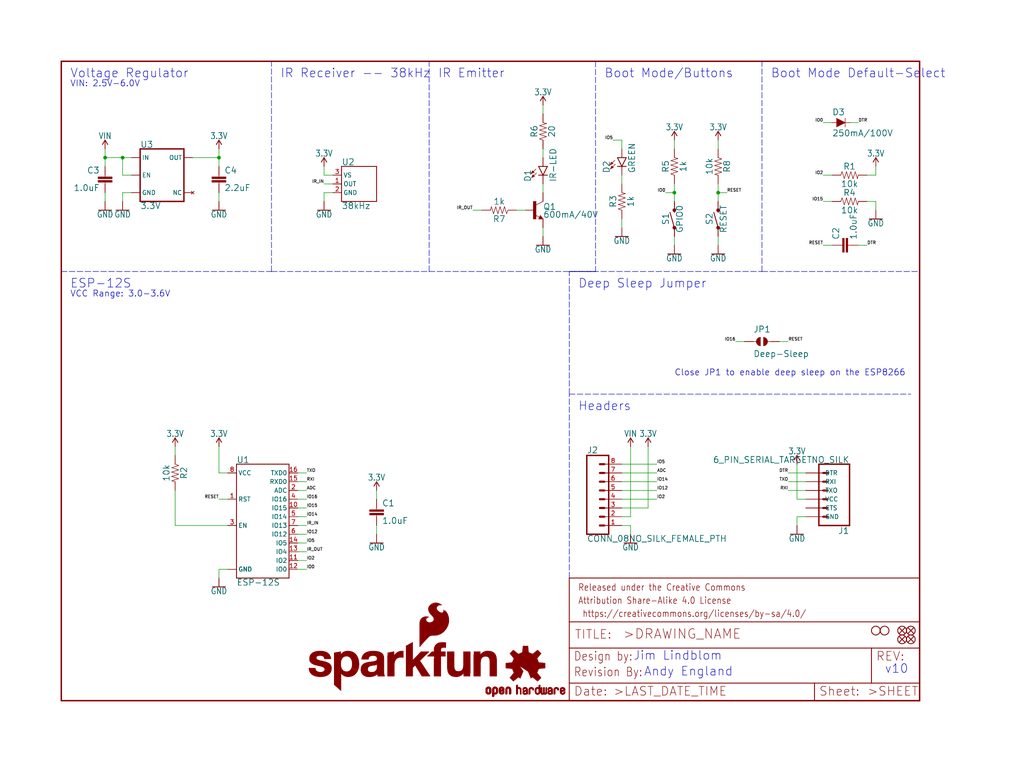
<source format=kicad_sch>
(kicad_sch (version 20211123) (generator eeschema)
  (paper "User" 297.002 223.926)
  (lib_symbols
    (symbol "eagleSchem-eagle-import:1.0UF-0603-16V-10%"
      (property "Reference" "C" (at 1.524 2.921 0))
      (property "Value" "1.0UF-0603-16V-10%" (at 1.524 -2.159 0))
      (symbol "1.0UF-0603-16V-10%_1_0"
        (pin passive line (at 0 5.08 270) (length 2.54) (name "1") (number "1"))
        (pin passive line (at 0 -2.54 90) (length 2.54) (name "2") (number "2"))
      )
    )
    (symbol "eagleSchem-eagle-import:10KOHM-0603-1{slash}10W-1%"
      (property "Reference" "R" (at 0 1.524 0))
      (property "Value" "10KOHM-0603-1{slash}10W-1%" (at 0 -1.524 0))
      (symbol "10KOHM-0603-1{slash}10W-1%_1_0"
        (pin passive line (at -5.08 0 0) (length 2.54) (name "1") (number "1"))
        (pin passive line (at 5.08 0 180) (length 2.54) (name "2") (number "2"))
      )
    )
    (symbol "eagleSchem-eagle-import:1KOHM-0603-1{slash}10W-1%"
      (property "Reference" "R" (at 0 1.524 0))
      (property "Value" "1KOHM-0603-1{slash}10W-1%" (at 0 -1.524 0))
      (symbol "1KOHM-0603-1{slash}10W-1%_1_0"
        (pin passive line (at -5.08 0 0) (length 2.54) (name "1") (number "1"))
        (pin passive line (at 5.08 0 180) (length 2.54) (name "2") (number "2"))
      )
    )
    (symbol "eagleSchem-eagle-import:2.2UF-0603-10V-20%"
      (property "Reference" "C" (at 1.524 2.921 0))
      (property "Value" "2.2UF-0603-10V-20%" (at 1.524 -2.159 0))
      (symbol "2.2UF-0603-10V-20%_1_0"
        (pin passive line (at 0 5.08 270) (length 2.54) (name "1") (number "1"))
        (pin passive line (at 0 -2.54 90) (length 2.54) (name "2") (number "2"))
      )
    )
    (symbol "eagleSchem-eagle-import:20OHM-0603-1{slash}10W-1%"
      (property "Reference" "R" (at 0 1.524 0))
      (property "Value" "20OHM-0603-1{slash}10W-1%" (at 0 -1.524 0))
      (symbol "20OHM-0603-1{slash}10W-1%_1_0"
        (pin passive line (at -5.08 0 0) (length 2.54) (name "1") (number "1"))
        (pin passive line (at 5.08 0 180) (length 2.54) (name "2") (number "2"))
      )
    )
    (symbol "eagleSchem-eagle-import:3.3V" (power)
      (property "Value" "3.3V" (at 0 2.794 0))
      (symbol "3.3V_1_0"
        (pin power_in line (at 0 0 90) (length 2.54) (name "3.3V") (number "1"))
      )
    )
    (symbol "eagleSchem-eagle-import:6_PIN_SERIAL_TARGETNO_SILK"
      (property "Reference" "J" (at -7.62 10.668 0))
      (property "Value" "6_PIN_SERIAL_TARGETNO_SILK" (at -7.62 -9.906 0))
      (symbol "6_PIN_SERIAL_TARGETNO_SILK_1_0"
        (pin passive line (at 5.08 -5.08 180) (length 5.08) (name "DTR") (number "1"))
        (pin passive line (at 5.08 -2.54 180) (length 5.08) (name "RXI") (number "2"))
        (pin passive line (at 5.08 0 180) (length 5.08) (name "TXO") (number "3"))
        (pin passive line (at 5.08 2.54 180) (length 5.08) (name "VCC") (number "4"))
        (pin passive line (at 5.08 5.08 180) (length 5.08) (name "CTS") (number "5"))
        (pin passive line (at 5.08 7.62 180) (length 5.08) (name "GND") (number "6"))
      )
    )
    (symbol "eagleSchem-eagle-import:CONN_08NO_SILK_FEMALE_PTH"
      (property "Reference" "J" (at -5.08 13.208 0))
      (property "Value" "CONN_08NO_SILK_FEMALE_PTH" (at -5.08 -12.446 0))
      (symbol "CONN_08NO_SILK_FEMALE_PTH_1_0"
        (pin passive line (at 5.08 -7.62 180) (length 5.08) (name "1") (number "1"))
        (pin passive line (at 5.08 -5.08 180) (length 5.08) (name "2") (number "2"))
        (pin passive line (at 5.08 -2.54 180) (length 5.08) (name "3") (number "3"))
        (pin passive line (at 5.08 0 180) (length 5.08) (name "4") (number "4"))
        (pin passive line (at 5.08 2.54 180) (length 5.08) (name "5") (number "5"))
        (pin passive line (at 5.08 5.08 180) (length 5.08) (name "6") (number "6"))
        (pin passive line (at 5.08 7.62 180) (length 5.08) (name "7") (number "7"))
        (pin passive line (at 5.08 10.16 180) (length 5.08) (name "8") (number "8"))
      )
    )
    (symbol "eagleSchem-eagle-import:DIODE-BAS16J"
      (property "Reference" "D" (at -2.54 2.032 0))
      (property "Value" "DIODE-BAS16J" (at -2.54 -2.032 0))
      (symbol "DIODE-BAS16J_1_0"
        (pin passive line (at -2.54 0 0) (length 0) (name "A") (number "A"))
        (pin passive line (at 2.54 0 180) (length 0) (name "C") (number "C"))
      )
    )
    (symbol "eagleSchem-eagle-import:ESP-12S"
      (property "Reference" "U" (at -7.62 18.034 0))
      (property "Value" "ESP-12S" (at -7.62 -15.494 0))
      (symbol "ESP-12S_1_0"
        (pin bidirectional line (at -10.16 7.62 0) (length 2.54) (name "RST") (number "1"))
        (pin bidirectional line (at 10.16 5.08 180) (length 2.54) (name "IO15") (number "10"))
        (pin bidirectional line (at 10.16 -10.16 180) (length 2.54) (name "IO2") (number "11"))
        (pin bidirectional line (at 10.16 -12.7 180) (length 2.54) (name "IO0") (number "12"))
        (pin bidirectional line (at 10.16 -7.62 180) (length 2.54) (name "IO4") (number "13"))
        (pin bidirectional line (at 10.16 -5.08 180) (length 2.54) (name "IO5") (number "14"))
        (pin bidirectional line (at 10.16 12.7 180) (length 2.54) (name "RXD0") (number "15"))
        (pin bidirectional line (at 10.16 15.24 180) (length 2.54) (name "TXD0") (number "16"))
        (pin bidirectional line (at 10.16 10.16 180) (length 2.54) (name "ADC") (number "2"))
        (pin bidirectional line (at -10.16 0 0) (length 2.54) (name "EN") (number "3"))
        (pin bidirectional line (at 10.16 7.62 180) (length 2.54) (name "IO16") (number "4"))
        (pin bidirectional line (at 10.16 2.54 180) (length 2.54) (name "IO14") (number "5"))
        (pin bidirectional line (at 10.16 -2.54 180) (length 2.54) (name "IO12") (number "6"))
        (pin bidirectional line (at 10.16 0 180) (length 2.54) (name "IO13") (number "7"))
        (pin bidirectional line (at -10.16 15.24 0) (length 2.54) (name "VCC") (number "8"))
        (pin bidirectional line (at -10.16 -12.7 0) (length 2.54) (name "GND") (number "9"))
        (pin bidirectional line (at -10.16 -12.7 0) (length 2.54) (name "GND") (number "P$1"))
      )
    )
    (symbol "eagleSchem-eagle-import:FIDUCIALUFIDUCIAL")
    (symbol "eagleSchem-eagle-import:FRAME-LETTER"
      (symbol "FRAME-LETTER_2_0"
        (text " https://creativecommons.org/licenses/by-sa/4.0/" (at 2.54 24.13 0) (effects (font (size 1.9304 1.6408)) (justify left bottom)))
        (text ">DRAWING_NAME" (at 15.494 17.78 0) (effects (font (size 2.7432 2.7432)) (justify left bottom)))
        (text ">LAST_DATE_TIME" (at 12.7 1.27 0) (effects (font (size 2.54 2.54)) (justify left bottom)))
        (text ">SHEET" (at 86.36 1.27 0) (effects (font (size 2.54 2.54)) (justify left bottom)))
        (text "Attribution Share-Alike 4.0 License" (at 2.54 27.94 0) (effects (font (size 1.9304 1.6408)) (justify left bottom)))
        (text "Date:" (at 1.27 1.27 0) (effects (font (size 2.54 2.54)) (justify left bottom)))
        (text "Design by:" (at 1.27 11.43 0) (effects (font (size 2.54 2.159)) (justify left bottom)))
        (text "Released under the Creative Commons" (at 2.54 31.75 0) (effects (font (size 1.9304 1.6408)) (justify left bottom)))
        (text "REV:" (at 88.9 11.43 0) (effects (font (size 2.54 2.54)) (justify left bottom)))
        (text "Sheet:" (at 72.39 1.27 0) (effects (font (size 2.54 2.54)) (justify left bottom)))
        (text "TITLE:" (at 1.524 17.78 0) (effects (font (size 2.54 2.54)) (justify left bottom)))
      )
    )
    (symbol "eagleSchem-eagle-import:GND" (power)
      (property "Value" "GND" (at 0 -0.254 0))
      (symbol "GND_1_0"
        (pin power_in line (at 0 2.54 270) (length 2.54) (name "GND") (number "1"))
      )
    )
    (symbol "eagleSchem-eagle-import:JUMPER-SMT_2_NO_NO-SILK"
      (property "Reference" "JP" (at -2.54 2.54 0))
      (property "Value" "JUMPER-SMT_2_NO_NO-SILK" (at -2.54 -2.54 0))
      (symbol "JUMPER-SMT_2_NO_NO-SILK_1_0"
        (pin passive line (at -5.08 0 0) (length 2.54) (name "1") (number "1"))
        (pin passive line (at 5.08 0 180) (length 2.54) (name "2") (number "2"))
      )
    )
    (symbol "eagleSchem-eagle-import:LED-GREEN0603"
      (property "Reference" "D" (at -3.429 -4.572 90))
      (property "Value" "LED-GREEN0603" (at 1.905 -4.572 90))
      (symbol "LED-GREEN0603_1_0"
        (pin passive line (at 0 2.54 270) (length 2.54) (name "A") (number "A"))
        (pin passive line (at 0 -5.08 90) (length 2.54) (name "C") (number "C"))
      )
    )
    (symbol "eagleSchem-eagle-import:LED-IRSIDE_EMITTER"
      (property "Reference" "D" (at -3.429 -4.572 90))
      (property "Value" "LED-IRSIDE_EMITTER" (at 1.905 -4.572 90))
      (symbol "LED-IRSIDE_EMITTER_1_0"
        (pin passive line (at 0 2.54 270) (length 2.54) (name "A") (number "A"))
        (pin passive line (at 0 -5.08 90) (length 2.54) (name "C") (number "C"))
      )
    )
    (symbol "eagleSchem-eagle-import:MOMENTARY-SWITCH-SPST-SMD-4.6X2.8MM"
      (property "Reference" "S" (at 0 1.524 0))
      (property "Value" "MOMENTARY-SWITCH-SPST-SMD-4.6X2.8MM" (at 0 -0.508 0))
      (symbol "MOMENTARY-SWITCH-SPST-SMD-4.6X2.8MM_1_0"
        (pin passive line (at -5.08 0 0) (length 2.54) (name "1") (number "1"))
        (pin passive line (at -5.08 0 0) (length 2.54) (name "1") (number "2"))
        (pin passive line (at 5.08 0 180) (length 2.54) (name "2") (number "3"))
        (pin passive line (at 5.08 0 180) (length 2.54) (name "2") (number "4"))
      )
    )
    (symbol "eagleSchem-eagle-import:OSHW-LOGOS")
    (symbol "eagleSchem-eagle-import:REVISION"
      (symbol "REVISION_1_0"
        (text "Revision By: " (at 0 0 0) (effects (font (size 2.54 2.159)) (justify left bottom)))
      )
    )
    (symbol "eagleSchem-eagle-import:SFE_LOGO_NAME_FLAME.1_INCH")
    (symbol "eagleSchem-eagle-import:STAND-OFF")
    (symbol "eagleSchem-eagle-import:TRANS_NPN-MMBT2222AL"
      (property "Reference" "Q" (at 2.54 0 0))
      (property "Value" "TRANS_NPN-MMBT2222AL" (at 2.54 -2.286 0))
      (symbol "TRANS_NPN-MMBT2222AL_1_0"
        (pin passive line (at -2.54 0 0) (length 2.54) (name "B") (number "1"))
        (pin passive line (at 2.54 -5.08 90) (length 2.54) (name "E") (number "2"))
        (pin passive line (at 2.54 5.08 270) (length 2.54) (name "C") (number "3"))
      )
    )
    (symbol "eagleSchem-eagle-import:TSOP38238"
      (property "Reference" "U" (at -5.08 5.334 0))
      (property "Value" "TSOP38238" (at -5.08 -5.334 0))
      (symbol "TSOP38238_1_0"
        (pin bidirectional line (at -7.62 0 0) (length 2.54) (name "OUT") (number "1"))
        (pin bidirectional line (at -7.62 -2.54 0) (length 2.54) (name "GND") (number "2"))
        (pin bidirectional line (at -7.62 2.54 0) (length 2.54) (name "VS") (number "3"))
      )
    )
    (symbol "eagleSchem-eagle-import:VIN" (power)
      (property "Value" "VIN" (at 0 2.794 0))
      (symbol "VIN_1_0"
        (pin power_in line (at 0 0 90) (length 2.54) (name "VIN") (number "1"))
      )
    )
    (symbol "eagleSchem-eagle-import:V_REG_AP2112K-3.3V"
      (property "Reference" "U" (at -7.62 7.874 0))
      (property "Value" "V_REG_AP2112K-3.3V" (at -7.62 -7.874 0))
      (symbol "V_REG_AP2112K-3.3V_1_0"
        (pin input line (at -10.16 5.08 0) (length 2.54) (name "IN") (number "1"))
        (pin input line (at -10.16 -5.08 0) (length 2.54) (name "GND") (number "2"))
        (pin input line (at -10.16 0 0) (length 2.54) (name "EN") (number "3"))
        (pin no_connect line (at 7.62 -5.08 180) (length 2.54) (name "NC") (number "4"))
        (pin passive line (at 7.62 5.08 180) (length 2.54) (name "OUT") (number "5"))
      )
    )
  )
  (junction (at 208.28 55.88))
  (junction (at 63.5 45.72))
  (junction (at 195.58 55.88))
  (junction (at 30.48 45.72))
  (junction (at 35.56 45.72))
  (wire (pts (xy 86.36 165.1) (xy 88.9 165.1)))
  (wire (pts (xy 86.36 144.78) (xy 88.9 144.78)))
  (wire (pts (xy 66.04 137.16) (xy 63.5 137.16)))
  (wire (pts (xy 254 50.8) (xy 254 48.26)))
  (wire (pts (xy 86.36 160.02) (xy 88.9 160.02)))
  (wire (pts (xy 208.28 68.58) (xy 208.28 71.12)))
  (polyline (pts (xy 165.1 78.74) (xy 220.98 78.74)))
  (wire (pts (xy 215.9 99.06) (xy 213.36 99.06)))
  (wire (pts (xy 254 58.42) (xy 254 60.96)))
  (wire (pts (xy 35.56 45.72) (xy 30.48 45.72)))
  (polyline (pts (xy 220.98 78.74) (xy 220.98 17.78)))
  (wire (pts (xy 35.56 50.8) (xy 35.56 45.72)))
  (wire (pts (xy 66.04 152.4) (xy 50.8 152.4)))
  (wire (pts (xy 195.58 58.42) (xy 195.58 55.88)))
  (wire (pts (xy 86.36 154.94) (xy 88.9 154.94)))
  (wire (pts (xy 35.56 55.88) (xy 38.1 55.88)))
  (wire (pts (xy 63.5 137.16) (xy 63.5 129.54)))
  (wire (pts (xy 50.8 152.4) (xy 50.8 142.24)))
  (wire (pts (xy 109.22 154.94) (xy 109.22 152.4)))
  (polyline (pts (xy 124.46 78.74) (xy 172.72 78.74)))
  (wire (pts (xy 139.7 60.96) (xy 137.16 60.96)))
  (wire (pts (xy 149.86 60.96) (xy 152.4 60.96)))
  (polyline (pts (xy 165.1 114.3) (xy 165.1 78.74)))
  (wire (pts (xy 66.04 165.1) (xy 63.5 165.1)))
  (wire (pts (xy 233.68 139.7) (xy 228.6 139.7)))
  (wire (pts (xy 55.88 45.72) (xy 63.5 45.72)))
  (wire (pts (xy 96.52 53.34) (xy 93.98 53.34)))
  (wire (pts (xy 63.5 43.18) (xy 63.5 45.72)))
  (wire (pts (xy 63.5 45.72) (xy 63.5 48.26)))
  (wire (pts (xy 208.28 55.88) (xy 208.28 58.42)))
  (wire (pts (xy 241.3 58.42) (xy 238.76 58.42)))
  (wire (pts (xy 180.34 43.18) (xy 180.34 40.64)))
  (wire (pts (xy 233.68 149.86) (xy 231.14 149.86)))
  (wire (pts (xy 30.48 58.42) (xy 30.48 55.88)))
  (wire (pts (xy 180.34 66.04) (xy 180.34 63.5)))
  (polyline (pts (xy 124.46 78.74) (xy 124.46 17.78)))
  (wire (pts (xy 180.34 152.4) (xy 182.88 152.4)))
  (wire (pts (xy 86.36 139.7) (xy 88.9 139.7)))
  (polyline (pts (xy 172.72 17.78) (xy 172.72 78.74)))
  (wire (pts (xy 157.48 30.48) (xy 157.48 33.02)))
  (wire (pts (xy 30.48 48.26) (xy 30.48 45.72)))
  (wire (pts (xy 195.58 55.88) (xy 193.04 55.88)))
  (wire (pts (xy 226.06 99.06) (xy 228.6 99.06)))
  (wire (pts (xy 182.88 152.4) (xy 182.88 154.94)))
  (wire (pts (xy 180.34 144.78) (xy 190.5 144.78)))
  (wire (pts (xy 195.58 43.18) (xy 195.58 40.64)))
  (wire (pts (xy 233.68 144.78) (xy 231.14 144.78)))
  (wire (pts (xy 233.68 137.16) (xy 228.6 137.16)))
  (wire (pts (xy 86.36 147.32) (xy 88.9 147.32)))
  (polyline (pts (xy 78.74 78.74) (xy 78.74 17.78)))
  (wire (pts (xy 35.56 58.42) (xy 35.56 55.88)))
  (wire (pts (xy 86.36 142.24) (xy 88.9 142.24)))
  (polyline (pts (xy 17.78 78.74) (xy 78.74 78.74)))
  (wire (pts (xy 195.58 55.88) (xy 195.58 53.34)))
  (wire (pts (xy 180.34 134.62) (xy 190.5 134.62)))
  (wire (pts (xy 63.5 165.1) (xy 63.5 167.64)))
  (wire (pts (xy 157.48 45.72) (xy 157.48 43.18)))
  (wire (pts (xy 86.36 137.16) (xy 88.9 137.16)))
  (wire (pts (xy 180.34 53.34) (xy 180.34 50.8)))
  (wire (pts (xy 96.52 50.8) (xy 93.98 50.8)))
  (wire (pts (xy 50.8 129.54) (xy 50.8 132.08)))
  (wire (pts (xy 208.28 53.34) (xy 208.28 55.88)))
  (wire (pts (xy 38.1 45.72) (xy 35.56 45.72)))
  (polyline (pts (xy 220.98 78.74) (xy 266.7 78.74)))
  (wire (pts (xy 180.34 40.64) (xy 177.8 40.64)))
  (wire (pts (xy 251.46 50.8) (xy 254 50.8)))
  (wire (pts (xy 180.34 142.24) (xy 190.5 142.24)))
  (wire (pts (xy 30.48 45.72) (xy 30.48 43.18)))
  (wire (pts (xy 180.34 137.16) (xy 190.5 137.16)))
  (wire (pts (xy 182.88 149.86) (xy 182.88 129.54)))
  (wire (pts (xy 180.34 147.32) (xy 187.96 147.32)))
  (wire (pts (xy 231.14 149.86) (xy 231.14 152.4)))
  (wire (pts (xy 86.36 157.48) (xy 88.9 157.48)))
  (wire (pts (xy 93.98 50.8) (xy 93.98 48.26)))
  (wire (pts (xy 38.1 50.8) (xy 35.56 50.8)))
  (wire (pts (xy 63.5 58.42) (xy 63.5 55.88)))
  (wire (pts (xy 246.38 35.56) (xy 248.92 35.56)))
  (wire (pts (xy 195.58 71.12) (xy 195.58 68.58)))
  (wire (pts (xy 241.3 71.12) (xy 238.76 71.12)))
  (wire (pts (xy 109.22 142.24) (xy 109.22 144.78)))
  (wire (pts (xy 180.34 149.86) (xy 182.88 149.86)))
  (wire (pts (xy 96.52 55.88) (xy 93.98 55.88)))
  (wire (pts (xy 241.3 35.56) (xy 238.76 35.56)))
  (polyline (pts (xy 78.74 78.74) (xy 124.46 78.74)))
  (wire (pts (xy 86.36 152.4) (xy 88.9 152.4)))
  (wire (pts (xy 248.92 71.12) (xy 251.46 71.12)))
  (wire (pts (xy 208.28 55.88) (xy 210.82 55.88)))
  (wire (pts (xy 231.14 144.78) (xy 231.14 134.62)))
  (wire (pts (xy 93.98 55.88) (xy 93.98 58.42)))
  (wire (pts (xy 86.36 162.56) (xy 88.9 162.56)))
  (wire (pts (xy 66.04 144.78) (xy 63.5 144.78)))
  (wire (pts (xy 233.68 142.24) (xy 228.6 142.24)))
  (wire (pts (xy 157.48 68.58) (xy 157.48 66.04)))
  (wire (pts (xy 157.48 55.88) (xy 157.48 53.34)))
  (wire (pts (xy 241.3 50.8) (xy 238.76 50.8)))
  (wire (pts (xy 180.34 139.7) (xy 190.5 139.7)))
  (wire (pts (xy 208.28 40.64) (xy 208.28 43.18)))
  (wire (pts (xy 86.36 149.86) (xy 88.9 149.86)))
  (wire (pts (xy 251.46 58.42) (xy 254 58.42)))
  (polyline (pts (xy 165.1 167.64) (xy 165.1 114.3)))
  (polyline (pts (xy 172.72 78.74) (xy 165.1 78.74)))
  (wire (pts (xy 187.96 147.32) (xy 187.96 129.54)))
  (polyline (pts (xy 165.1 114.3) (xy 264.16 114.3)))
  (text "Close JP1 to enable deep sleep on the ESP8266" (at 195.58 109.22 180) (effects (font (size 1.778 1.778)) (justify left bottom)))
  (text "Boot Mode/Buttons" (at 175.26 22.86 180) (effects (font (size 2.54 2.54)) (justify left bottom)))
  (text "ESP-12S" (at 20.32 83.82 180) (effects (font (size 2.54 2.54)) (justify left bottom)))
  (text "Andy England" (at 186.69 196.342 180) (effects (font (size 2.54 2.54)) (justify left bottom)))
  (text "Boot Mode Default-Select" (at 223.52 22.86 180) (effects (font (size 2.54 2.54)) (justify left bottom)))
  (text "Jim Lindblom" (at 183.642 191.77 180) (effects (font (size 2.54 2.54)) (justify left bottom)))
  (text "VCC Range: 3.0-3.6V" (at 20.32 86.36 180) (effects (font (size 1.778 1.778)) (justify left bottom)))
  (text "Headers" (at 167.64 119.38 180) (effects (font (size 2.54 2.54)) (justify left bottom)))
  (text "Deep Sleep Jumper" (at 167.64 83.82 180) (effects (font (size 2.54 2.54)) (justify left bottom)))
  (text "v10" (at 256.54 195.58 180) (effects (font (size 2.54 2.54)) (justify left bottom)))
  (text "VIN: 2.5V-6.0V" (at 20.32 25.4 180) (effects (font (size 1.778 1.778)) (justify left bottom)))
  (text "Voltage Regulator" (at 20.32 22.86 180) (effects (font (size 2.54 2.54)) (justify left bottom)))
  (text "IR Emitter" (at 127 22.86 180) (effects (font (size 2.54 2.54)) (justify left bottom)))
  (text "IR Receiver -- 38kHz" (at 81.28 22.86 180) (effects (font (size 2.54 2.54)) (justify left bottom)))
  (label "IO0" (at 238.76 35.56 180) (effects (font (size 0.889 0.889))))
  (label "IO14" (at 88.9 149.86 0) (effects (font (size 0.889 0.889))))
  (label "DTR" (at 228.6 137.16 180) (effects (font (size 0.889 0.889))))
  (label "IO16" (at 213.36 99.06 180) (effects (font (size 0.889 0.889))))
  (label "IO5" (at 190.5 134.62 0) (effects (font (size 0.889 0.889))))
  (label "IR_OUT" (at 137.16 60.96 180) (effects (font (size 0.889 0.889))))
  (label "IO5" (at 177.8 40.64 180) (effects (font (size 0.889 0.889))))
  (label "IO0" (at 88.9 165.1 0) (effects (font (size 0.889 0.889))))
  (label "IO12" (at 88.9 154.94 0) (effects (font (size 0.889 0.889))))
  (label "RESET" (at 238.76 71.12 180) (effects (font (size 0.889 0.889))))
  (label "RESET" (at 228.6 99.06 0) (effects (font (size 0.889 0.889))))
  (label "TXO" (at 228.6 139.7 180) (effects (font (size 0.889 0.889))))
  (label "DTR" (at 248.92 35.56 0) (effects (font (size 0.889 0.889))))
  (label "IO14" (at 190.5 139.7 0) (effects (font (size 0.889 0.889))))
  (label "IR_OUT" (at 88.9 160.02 0) (effects (font (size 0.889 0.889))))
  (label "DTR" (at 251.46 71.12 0) (effects (font (size 0.889 0.889))))
  (label "IO2" (at 88.9 162.56 0) (effects (font (size 0.889 0.889))))
  (label "RESET" (at 63.5 144.78 180) (effects (font (size 0.889 0.889))))
  (label "IO5" (at 88.9 157.48 0) (effects (font (size 0.889 0.889))))
  (label "IO16" (at 88.9 144.78 0) (effects (font (size 0.889 0.889))))
  (label "RESET" (at 210.82 55.88 0) (effects (font (size 0.889 0.889))))
  (label "ADC" (at 88.9 142.24 0) (effects (font (size 0.889 0.889))))
  (label "ADC" (at 190.5 137.16 0) (effects (font (size 0.889 0.889))))
  (label "RXI" (at 88.9 139.7 0) (effects (font (size 0.889 0.889))))
  (label "IO12" (at 190.5 142.24 0) (effects (font (size 0.889 0.889))))
  (label "IO15" (at 238.76 58.42 180) (effects (font (size 0.889 0.889))))
  (label "IR_IN" (at 88.9 152.4 0) (effects (font (size 0.889 0.889))))
  (label "IO2" (at 190.5 144.78 0) (effects (font (size 0.889 0.889))))
  (label "TXO" (at 88.9 137.16 0) (effects (font (size 0.889 0.889))))
  (label "IO0" (at 193.04 55.88 180) (effects (font (size 0.889 0.889))))
  (label "RXI" (at 228.6 142.24 180) (effects (font (size 0.889 0.889))))
  (label "IO2" (at 238.76 50.8 180) (effects (font (size 0.889 0.889))))
  (label "IR_IN" (at 93.98 53.34 180) (effects (font (size 0.889 0.889))))
  (label "IO15" (at 88.9 147.32 0) (effects (font (size 0.889 0.889))))
  (symbol (lib_id "eagleSchem-eagle-import:1KOHM-0603-1{slash}10W-1%") (at 195.58 48.26 90) (unit 1)
    (property "Reference" "R5" (at 194.056 48.26 0) (effects (font (size 1.778 1.778)) (justify bottom)))
    (property "Value" "1k" (at 197.104 48.26 0) (effects (font (size 1.778 1.778)) (justify top)))
    (property "Footprint" "eagleSchem:0603" (effects hide))
  )
  (symbol (lib_id "eagleSchem-eagle-import:TRANS_NPN-MMBT2222AL") (at 154.94 60.96 0) (unit 1)
    (property "Reference" "Q1" (at 157.48 60.96 0) (effects (font (size 1.778 1.778)) (justify left bottom)))
    (property "Value" "600mA/40V" (at 157.48 63.246 0) (effects (font (size 1.778 1.778)) (justify left bottom)))
    (property "Footprint" "eagleSchem:SOT23-3" (effects hide))
  )
  (symbol (lib_id "eagleSchem-eagle-import:CONN_08NO_SILK_FEMALE_PTH") (at 175.26 144.78 0) (unit 1)
    (property "Reference" "J2" (at 170.18 131.572 0) (effects (font (size 1.778 1.778)) (justify left bottom)))
    (property "Value" "CONN_08NO_SILK_FEMALE_PTH" (at 170.18 157.226 0) (effects (font (size 1.778 1.778)) (justify left bottom)))
    (property "Footprint" "eagleSchem:1X08_NO_SILK" (effects hide))
  )
  (symbol (lib_id "eagleSchem-eagle-import:MOMENTARY-SWITCH-SPST-SMD-4.6X2.8MM") (at 208.28 63.5 90) (unit 1)
    (property "Reference" "S2" (at 206.756 63.5 0) (effects (font (size 1.778 1.778)) (justify bottom)))
    (property "Value" "RESET" (at 208.788 63.5 0) (effects (font (size 1.778 1.778)) (justify top)))
    (property "Footprint" "eagleSchem:TACTILE_SWITCH_SMD_4.6X2.8MM" (effects hide))
  )
  (symbol (lib_id "eagleSchem-eagle-import:MOMENTARY-SWITCH-SPST-SMD-4.6X2.8MM") (at 195.58 63.5 90) (unit 1)
    (property "Reference" "S1" (at 194.056 63.5 0) (effects (font (size 1.778 1.778)) (justify bottom)))
    (property "Value" "GPIO0" (at 196.088 63.5 0) (effects (font (size 1.778 1.778)) (justify top)))
    (property "Footprint" "eagleSchem:TACTILE_SWITCH_SMD_4.6X2.8MM" (effects hide))
  )
  (symbol (lib_id "eagleSchem-eagle-import:3.3V") (at 231.14 134.62 0) (unit 1)
    (property "Reference" "#SUPPLY1" (effects hide))
    (property "Value" "3.3V" (at 231.14 131.826 0) (effects (font (size 1.778 1.5113)) (justify bottom)))
    (property "Footprint" "eagleSchem:" (effects hide))
  )
  (symbol (lib_id "eagleSchem-eagle-import:GND") (at 93.98 60.96 0) (unit 1)
    (property "Reference" "#GND7" (effects hide))
    (property "Value" "GND" (at 93.98 61.214 0) (effects (font (size 1.778 1.5113)) (justify top)))
    (property "Footprint" "eagleSchem:" (effects hide))
  )
  (symbol (lib_id "eagleSchem-eagle-import:STAND-OFF") (at 254 182.88 0) (unit 1)
    (property "Reference" "H2" (effects hide))
    (property "Value" "STAND-OFF" (effects hide))
    (property "Footprint" "eagleSchem:STAND-OFF" (effects hide))
  )
  (symbol (lib_id "eagleSchem-eagle-import:SFE_LOGO_NAME_FLAME.1_INCH") (at 88.9 200.66 0) (unit 1)
    (property "Reference" "LOGO2" (effects hide))
    (property "Value" "SFE_LOGO_NAME_FLAME.1_INCH" (effects hide))
    (property "Footprint" "eagleSchem:SFE_LOGO_NAME_FLAME_.1" (effects hide))
  )
  (symbol (lib_id "eagleSchem-eagle-import:3.3V") (at 208.28 40.64 0) (unit 1)
    (property "Reference" "#SUPPLY8" (effects hide))
    (property "Value" "3.3V" (at 208.28 37.846 0) (effects (font (size 1.778 1.5113)) (justify bottom)))
    (property "Footprint" "eagleSchem:" (effects hide))
  )
  (symbol (lib_id "eagleSchem-eagle-import:GND") (at 35.56 60.96 0) (unit 1)
    (property "Reference" "#GND11" (effects hide))
    (property "Value" "GND" (at 35.56 61.214 0) (effects (font (size 1.778 1.5113)) (justify top)))
    (property "Footprint" "eagleSchem:" (effects hide))
  )
  (symbol (lib_id "eagleSchem-eagle-import:VIN") (at 182.88 129.54 0) (unit 1)
    (property "Reference" "#SUPPLY13" (effects hide))
    (property "Value" "VIN" (at 182.88 126.746 0) (effects (font (size 1.778 1.5113)) (justify bottom)))
    (property "Footprint" "eagleSchem:" (effects hide))
  )
  (symbol (lib_id "eagleSchem-eagle-import:1KOHM-0603-1{slash}10W-1%") (at 144.78 60.96 180) (unit 1)
    (property "Reference" "R7" (at 144.78 62.484 0) (effects (font (size 1.778 1.778)) (justify bottom)))
    (property "Value" "1k" (at 144.78 59.436 0) (effects (font (size 1.778 1.778)) (justify top)))
    (property "Footprint" "eagleSchem:0603" (effects hide))
  )
  (symbol (lib_id "eagleSchem-eagle-import:GND") (at 30.48 60.96 0) (unit 1)
    (property "Reference" "#GND10" (effects hide))
    (property "Value" "GND" (at 30.48 61.214 0) (effects (font (size 1.778 1.5113)) (justify top)))
    (property "Footprint" "eagleSchem:" (effects hide))
  )
  (symbol (lib_id "eagleSchem-eagle-import:GND") (at 63.5 170.18 0) (unit 1)
    (property "Reference" "#GND2" (effects hide))
    (property "Value" "GND" (at 63.5 170.434 0) (effects (font (size 1.778 1.5113)) (justify top)))
    (property "Footprint" "eagleSchem:" (effects hide))
  )
  (symbol (lib_id "eagleSchem-eagle-import:STAND-OFF") (at 256.54 182.88 0) (unit 1)
    (property "Reference" "H1" (effects hide))
    (property "Value" "STAND-OFF" (effects hide))
    (property "Footprint" "eagleSchem:STAND-OFF" (effects hide))
  )
  (symbol (lib_id "eagleSchem-eagle-import:GND") (at 208.28 73.66 0) (unit 1)
    (property "Reference" "#GND5" (effects hide))
    (property "Value" "GND" (at 208.28 73.914 0) (effects (font (size 1.778 1.5113)) (justify top)))
    (property "Footprint" "eagleSchem:" (effects hide))
  )
  (symbol (lib_id "eagleSchem-eagle-import:V_REG_AP2112K-3.3V") (at 48.26 50.8 0) (unit 1)
    (property "Reference" "U3" (at 40.64 42.926 0) (effects (font (size 1.778 1.778)) (justify left bottom)))
    (property "Value" "3.3V" (at 40.64 58.674 0) (effects (font (size 1.778 1.778)) (justify left top)))
    (property "Footprint" "eagleSchem:SOT23-5" (effects hide))
  )
  (symbol (lib_id "eagleSchem-eagle-import:3.3V") (at 93.98 48.26 0) (unit 1)
    (property "Reference" "#SUPPLY5" (effects hide))
    (property "Value" "3.3V" (at 93.98 45.466 0) (effects (font (size 1.778 1.5113)) (justify bottom)))
    (property "Footprint" "eagleSchem:" (effects hide))
  )
  (symbol (lib_id "eagleSchem-eagle-import:TSOP38238") (at 104.14 53.34 0) (unit 1)
    (property "Reference" "U2" (at 99.06 48.006 0) (effects (font (size 1.778 1.778)) (justify left bottom)))
    (property "Value" "38kHz" (at 99.06 58.674 0) (effects (font (size 1.778 1.778)) (justify left top)))
    (property "Footprint" "eagleSchem:TSOP382" (effects hide))
  )
  (symbol (lib_id "eagleSchem-eagle-import:DIODE-BAS16J") (at 243.84 35.56 0) (unit 1)
    (property "Reference" "D3" (at 241.3 33.528 0) (effects (font (size 1.778 1.778)) (justify left bottom)))
    (property "Value" "250mA/100V" (at 241.3 37.592 0) (effects (font (size 1.778 1.778)) (justify left top)))
    (property "Footprint" "eagleSchem:SOD-323" (effects hide))
  )
  (symbol (lib_id "eagleSchem-eagle-import:6_PIN_SERIAL_TARGETNO_SILK") (at 238.76 142.24 180) (unit 1)
    (property "Reference" "J1" (at 246.38 152.908 0) (effects (font (size 1.778 1.778)) (justify left bottom)))
    (property "Value" "6_PIN_SERIAL_TARGETNO_SILK" (at 246.38 132.334 0) (effects (font (size 1.778 1.778)) (justify left bottom)))
    (property "Footprint" "eagleSchem:1X06_NO_SILK" (effects hide))
  )
  (symbol (lib_id "eagleSchem-eagle-import:GND") (at 254 63.5 0) (unit 1)
    (property "Reference" "#GND3" (effects hide))
    (property "Value" "GND" (at 254 63.754 0) (effects (font (size 1.778 1.5113)) (justify top)))
    (property "Footprint" "eagleSchem:" (effects hide))
  )
  (symbol (lib_id "eagleSchem-eagle-import:10KOHM-0603-1{slash}10W-1%") (at 208.28 48.26 270) (unit 1)
    (property "Reference" "R8" (at 209.804 48.26 0) (effects (font (size 1.778 1.778)) (justify bottom)))
    (property "Value" "10k" (at 206.756 48.26 0) (effects (font (size 1.778 1.778)) (justify top)))
    (property "Footprint" "eagleSchem:0603" (effects hide))
  )
  (symbol (lib_id "eagleSchem-eagle-import:20OHM-0603-1{slash}10W-1%") (at 157.48 38.1 90) (unit 1)
    (property "Reference" "R6" (at 155.956 38.1 0) (effects (font (size 1.778 1.778)) (justify bottom)))
    (property "Value" "20" (at 159.004 38.1 0) (effects (font (size 1.778 1.778)) (justify top)))
    (property "Footprint" "eagleSchem:0603" (effects hide))
  )
  (symbol (lib_id "eagleSchem-eagle-import:FIDUCIALUFIDUCIAL") (at 264.16 182.88 0) (unit 1)
    (property "Reference" "FD3" (effects hide))
    (property "Value" "FIDUCIALUFIDUCIAL" (effects hide))
    (property "Footprint" "eagleSchem:FIDUCIAL-MICRO" (effects hide))
  )
  (symbol (lib_id "eagleSchem-eagle-import:LED-GREEN0603") (at 180.34 45.72 0) (unit 1)
    (property "Reference" "D2" (at 176.911 50.292 90) (effects (font (size 1.778 1.778)) (justify left bottom)))
    (property "Value" "GREEN" (at 182.245 50.292 90) (effects (font (size 1.778 1.778)) (justify left top)))
    (property "Footprint" "eagleSchem:LED-0603" (effects hide))
  )
  (symbol (lib_id "eagleSchem-eagle-import:GND") (at 231.14 154.94 0) (unit 1)
    (property "Reference" "#GND1" (effects hide))
    (property "Value" "GND" (at 231.14 155.194 0) (effects (font (size 1.778 1.5113)) (justify top)))
    (property "Footprint" "eagleSchem:" (effects hide))
  )
  (symbol (lib_id "eagleSchem-eagle-import:FRAME-LETTER") (at 17.78 203.2 0) (unit 1)
    (property "Reference" "FRAME1" (effects hide))
    (property "Value" "FRAME-LETTER" (effects hide))
    (property "Footprint" "eagleSchem:CREATIVE_COMMONS" (effects hide))
  )
  (symbol (lib_id "eagleSchem-eagle-import:FIDUCIALUFIDUCIAL") (at 261.62 185.42 0) (unit 1)
    (property "Reference" "FD4" (effects hide))
    (property "Value" "FIDUCIALUFIDUCIAL" (effects hide))
    (property "Footprint" "eagleSchem:FIDUCIAL-MICRO" (effects hide))
  )
  (symbol (lib_id "eagleSchem-eagle-import:3.3V") (at 254 48.26 0) (unit 1)
    (property "Reference" "#SUPPLY3" (effects hide))
    (property "Value" "3.3V" (at 254 45.466 0) (effects (font (size 1.778 1.5113)) (justify bottom)))
    (property "Footprint" "eagleSchem:" (effects hide))
  )
  (symbol (lib_id "eagleSchem-eagle-import:10KOHM-0603-1{slash}10W-1%") (at 246.38 50.8 0) (unit 1)
    (property "Reference" "R1" (at 246.38 49.276 0) (effects (font (size 1.778 1.778)) (justify bottom)))
    (property "Value" "10k" (at 246.38 52.324 0) (effects (font (size 1.778 1.778)) (justify top)))
    (property "Footprint" "eagleSchem:0603" (effects hide))
  )
  (symbol (lib_id "eagleSchem-eagle-import:REVISION") (at 166.37 196.342 0) (unit 1)
    (property "Reference" "LOGO3" (effects hide))
    (property "Value" "REVISION" (effects hide))
    (property "Footprint" "eagleSchem:REVISION" (effects hide))
  )
  (symbol (lib_id "eagleSchem-eagle-import:GND") (at 157.48 71.12 0) (unit 1)
    (property "Reference" "#GND4" (effects hide))
    (property "Value" "GND" (at 157.48 71.374 0) (effects (font (size 1.778 1.5113)) (justify top)))
    (property "Footprint" "eagleSchem:" (effects hide))
  )
  (symbol (lib_id "eagleSchem-eagle-import:JUMPER-SMT_2_NO_NO-SILK") (at 220.98 99.06 0) (unit 1)
    (property "Reference" "JP1" (at 218.44 96.52 0) (effects (font (size 1.778 1.778)) (justify left bottom)))
    (property "Value" "Deep-Sleep" (at 218.44 101.6 0) (effects (font (size 1.778 1.778)) (justify left top)))
    (property "Footprint" "eagleSchem:SMT-JUMPER_2_NO_NO-SILK" (effects hide))
  )
  (symbol (lib_id "eagleSchem-eagle-import:1KOHM-0603-1{slash}10W-1%") (at 180.34 58.42 90) (unit 1)
    (property "Reference" "R3" (at 178.816 58.42 0) (effects (font (size 1.778 1.778)) (justify bottom)))
    (property "Value" "1k" (at 181.864 58.42 0) (effects (font (size 1.778 1.778)) (justify top)))
    (property "Footprint" "eagleSchem:0603" (effects hide))
  )
  (symbol (lib_id "eagleSchem-eagle-import:2.2UF-0603-10V-20%") (at 63.5 53.34 0) (unit 1)
    (property "Reference" "C4" (at 65.024 50.419 0) (effects (font (size 1.778 1.778)) (justify left bottom)))
    (property "Value" "2.2uF" (at 65.024 55.499 0) (effects (font (size 1.778 1.778)) (justify left bottom)))
    (property "Footprint" "eagleSchem:0603" (effects hide))
  )
  (symbol (lib_id "eagleSchem-eagle-import:FIDUCIALUFIDUCIAL") (at 261.62 182.88 0) (unit 1)
    (property "Reference" "FD2" (effects hide))
    (property "Value" "FIDUCIALUFIDUCIAL" (effects hide))
    (property "Footprint" "eagleSchem:FIDUCIAL-MICRO" (effects hide))
  )
  (symbol (lib_id "eagleSchem-eagle-import:3.3V") (at 195.58 40.64 0) (unit 1)
    (property "Reference" "#SUPPLY6" (effects hide))
    (property "Value" "3.3V" (at 195.58 37.846 0) (effects (font (size 1.778 1.5113)) (justify bottom)))
    (property "Footprint" "eagleSchem:" (effects hide))
  )
  (symbol (lib_id "eagleSchem-eagle-import:3.3V") (at 109.22 142.24 0) (unit 1)
    (property "Reference" "#SUPPLY9" (effects hide))
    (property "Value" "3.3V" (at 109.22 139.446 0) (effects (font (size 1.778 1.5113)) (justify bottom)))
    (property "Footprint" "eagleSchem:" (effects hide))
  )
  (symbol (lib_id "eagleSchem-eagle-import:GND") (at 63.5 60.96 0) (unit 1)
    (property "Reference" "#GND12" (effects hide))
    (property "Value" "GND" (at 63.5 61.214 0) (effects (font (size 1.778 1.5113)) (justify top)))
    (property "Footprint" "eagleSchem:" (effects hide))
  )
  (symbol (lib_id "eagleSchem-eagle-import:GND") (at 109.22 157.48 0) (unit 1)
    (property "Reference" "#GND8" (effects hide))
    (property "Value" "GND" (at 109.22 157.734 0) (effects (font (size 1.778 1.5113)) (justify top)))
    (property "Footprint" "eagleSchem:" (effects hide))
  )
  (symbol (lib_id "eagleSchem-eagle-import:GND") (at 195.58 73.66 0) (unit 1)
    (property "Reference" "#GND6" (effects hide))
    (property "Value" "GND" (at 195.58 73.914 0) (effects (font (size 1.778 1.5113)) (justify top)))
    (property "Footprint" "eagleSchem:" (effects hide))
  )
  (symbol (lib_id "eagleSchem-eagle-import:1.0UF-0603-16V-10%") (at 30.48 53.34 0) (mirror y) (unit 1)
    (property "Reference" "C3" (at 28.956 50.419 0) (effects (font (size 1.778 1.778)) (justify left bottom)))
    (property "Value" "1.0uF" (at 28.956 55.499 0) (effects (font (size 1.778 1.778)) (justify left bottom)))
    (property "Footprint" "eagleSchem:0603" (effects hide))
  )
  (symbol (lib_id "eagleSchem-eagle-import:10KOHM-0603-1{slash}10W-1%") (at 50.8 137.16 270) (unit 1)
    (property "Reference" "R2" (at 52.324 137.16 0) (effects (font (size 1.778 1.778)) (justify bottom)))
    (property "Value" "10k" (at 49.276 137.16 0) (effects (font (size 1.778 1.778)) (justify top)))
    (property "Footprint" "eagleSchem:0603" (effects hide))
  )
  (symbol (lib_id "eagleSchem-eagle-import:FRAME-LETTER") (at 165.1 203.2 0) (unit 2)
    (property "Reference" "FRAME1" (effects hide))
    (property "Value" "FRAME-LETTER" (effects hide))
    (property "Footprint" "eagleSchem:CREATIVE_COMMONS" (effects hide))
  )
  (symbol (lib_id "eagleSchem-eagle-import:FIDUCIALUFIDUCIAL") (at 264.16 185.42 0) (unit 1)
    (property "Reference" "FD1" (effects hide))
    (property "Value" "FIDUCIALUFIDUCIAL" (effects hide))
    (property "Footprint" "eagleSchem:FIDUCIAL-MICRO" (effects hide))
  )
  (symbol (lib_id "eagleSchem-eagle-import:3.3V") (at 187.96 129.54 0) (unit 1)
    (property "Reference" "#SUPPLY14" (effects hide))
    (property "Value" "3.3V" (at 187.96 126.746 0) (effects (font (size 1.778 1.5113)) (justify bottom)))
    (property "Footprint" "eagleSchem:" (effects hide))
  )
  (symbol (lib_id "eagleSchem-eagle-import:10KOHM-0603-1{slash}10W-1%") (at 246.38 58.42 0) (unit 1)
    (property "Reference" "R4" (at 246.38 56.896 0) (effects (font (size 1.778 1.778)) (justify bottom)))
    (property "Value" "10k" (at 246.38 59.944 0) (effects (font (size 1.778 1.778)) (justify top)))
    (property "Footprint" "eagleSchem:0603" (effects hide))
  )
  (symbol (lib_id "eagleSchem-eagle-import:GND") (at 180.34 68.58 0) (unit 1)
    (property "Reference" "#GND13" (effects hide))
    (property "Value" "GND" (at 180.34 68.834 0) (effects (font (size 1.778 1.5113)) (justify top)))
    (property "Footprint" "eagleSchem:" (effects hide))
  )
  (symbol (lib_id "eagleSchem-eagle-import:3.3V") (at 50.8 129.54 0) (unit 1)
    (property "Reference" "#SUPPLY4" (effects hide))
    (property "Value" "3.3V" (at 50.8 126.746 0) (effects (font (size 1.778 1.5113)) (justify bottom)))
    (property "Footprint" "eagleSchem:" (effects hide))
  )
  (symbol (lib_id "eagleSchem-eagle-import:GND") (at 182.88 157.48 0) (unit 1)
    (property "Reference" "#GND14" (effects hide))
    (property "Value" "GND" (at 182.88 157.734 0) (effects (font (size 1.778 1.5113)) (justify top)))
    (property "Footprint" "eagleSchem:" (effects hide))
  )
  (symbol (lib_id "eagleSchem-eagle-import:ESP-12S") (at 76.2 152.4 0) (unit 1)
    (property "Reference" "U1" (at 68.58 134.366 0) (effects (font (size 1.778 1.778)) (justify left bottom)))
    (property "Value" "ESP-12S" (at 68.58 167.894 0) (effects (font (size 1.778 1.778)) (justify left top)))
    (property "Footprint" "eagleSchem:ESP-12S" (effects hide))
  )
  (symbol (lib_id "eagleSchem-eagle-import:1.0UF-0603-16V-10%") (at 246.38 71.12 90) (unit 1)
    (property "Reference" "C2" (at 243.459 69.596 0) (effects (font (size 1.778 1.778)) (justify left bottom)))
    (property "Value" "1.0uF" (at 248.539 69.596 0) (effects (font (size 1.778 1.778)) (justify left bottom)))
    (property "Footprint" "eagleSchem:0603" (effects hide))
  )
  (symbol (lib_id "eagleSchem-eagle-import:3.3V") (at 157.48 30.48 0) (unit 1)
    (property "Reference" "#SUPPLY7" (effects hide))
    (property "Value" "3.3V" (at 157.48 27.686 0) (effects (font (size 1.778 1.5113)) (justify bottom)))
    (property "Footprint" "eagleSchem:" (effects hide))
  )
  (symbol (lib_id "eagleSchem-eagle-import:VIN") (at 30.48 43.18 0) (unit 1)
    (property "Reference" "#SUPPLY11" (effects hide))
    (property "Value" "VIN" (at 30.48 40.386 0) (effects (font (size 1.778 1.5113)) (justify bottom)))
    (property "Footprint" "eagleSchem:" (effects hide))
  )
  (symbol (lib_id "eagleSchem-eagle-import:OSHW-LOGOS") (at 152.4 193.04 0) (unit 1)
    (property "Reference" "LOGO1" (effects hide))
    (property "Value" "OSHW-LOGOS" (effects hide))
    (property "Footprint" "eagleSchem:OSHW-LOGO-S" (effects hide))
  )
  (symbol (lib_id "eagleSchem-eagle-import:3.3V") (at 63.5 129.54 0) (unit 1)
    (property "Reference" "#SUPPLY2" (effects hide))
    (property "Value" "3.3V" (at 63.5 126.746 0) (effects (font (size 1.778 1.5113)) (justify bottom)))
    (property "Footprint" "eagleSchem:" (effects hide))
  )
  (symbol (lib_id "eagleSchem-eagle-import:LED-IRSIDE_EMITTER") (at 157.48 48.26 0) (unit 1)
    (property "Reference" "D1" (at 154.051 52.832 90) (effects (font (size 1.778 1.778)) (justify left bottom)))
    (property "Value" "IR-LED" (at 159.385 52.832 90) (effects (font (size 1.778 1.778)) (justify left top)))
    (property "Footprint" "eagleSchem:LTE-302" (effects hide))
  )
  (symbol (lib_id "eagleSchem-eagle-import:3.3V") (at 63.5 43.18 0) (unit 1)
    (property "Reference" "#SUPPLY12" (effects hide))
    (property "Value" "3.3V" (at 63.5 40.386 0) (effects (font (size 1.778 1.5113)) (justify bottom)))
    (property "Footprint" "eagleSchem:" (effects hide))
  )
  (symbol (lib_id "eagleSchem-eagle-import:1.0UF-0603-16V-10%") (at 109.22 149.86 0) (unit 1)
    (property "Reference" "C1" (at 110.744 146.939 0) (effects (font (size 1.778 1.778)) (justify left bottom)))
    (property "Value" "1.0uF" (at 110.744 152.019 0) (effects (font (size 1.778 1.778)) (justify left bottom)))
    (property "Footprint" "eagleSchem:0603" (effects hide))
  )
)
</source>
